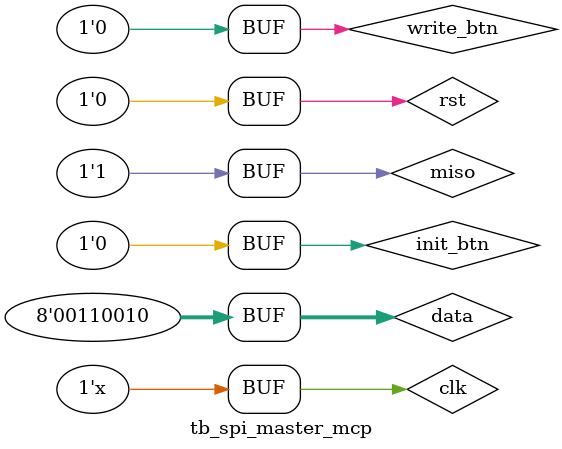
<source format=sv>

module tb_spi_master_mcp();
	
	logic clk;
	logic rst;

	logic        init_btn;
    logic        write_btn;
    logic  [7:0] data;
	logic        miso;


	logic mosi;
	logic sclk;
	logic ss;



	spi_master_mcp SPI (
		.clk(clk), 
		.rst(rst), 

    	.init_btn(init_btn),
    	.write_btn(write_btn),
        .data(data),
		.miso(miso), 

		.mosi(mosi), 
		.sclk(sclk), 
		.cs(ss) 
	);

	initial begin
		
		clk = 0;
		rst = 0;

		data    = 8'h32;
		miso    = 1;

		   write_btn = 0;

		   init_btn  = 0;
        #2 init_btn  = 1;
        #2 init_btn  = 0;

        # 70;

        #2 write_btn = 1;
        #2 write_btn = 0;

        #170;
	end
    
    always begin
        #1 clk = ~clk;
    end
    
endmodule


</source>
